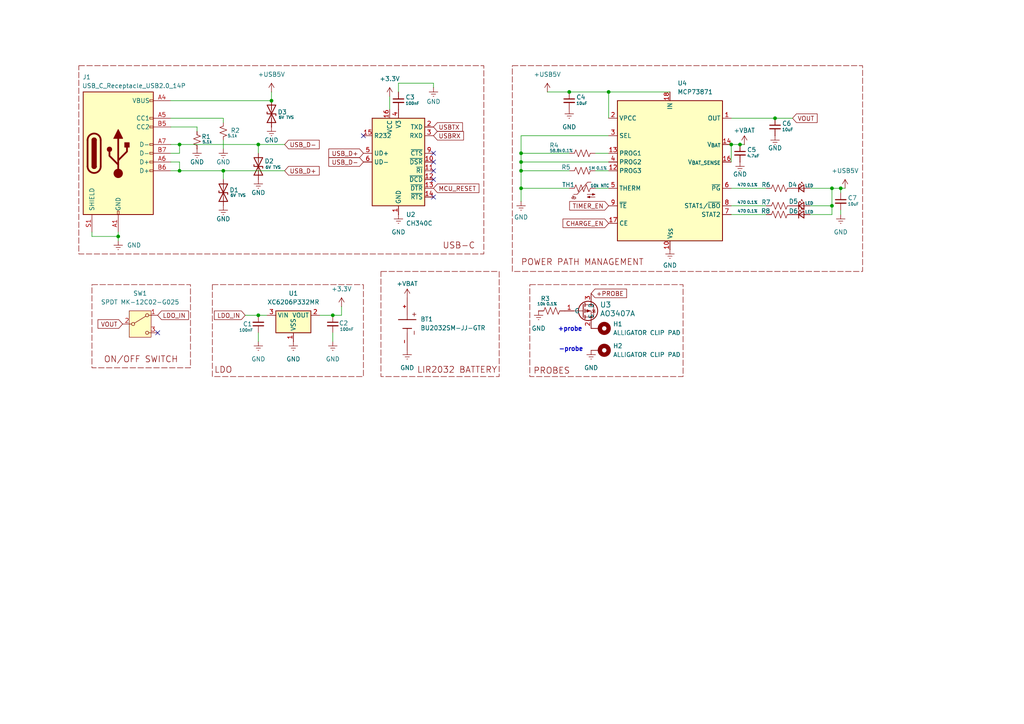
<source format=kicad_sch>
(kicad_sch (version 20250114) (generator "eeschema") (generator_version "9.0")
  (paper "A4")
  (lib_symbols
    (symbol "AO3407A_1" (pin_names (offset 0.254))
      (property "Reference" "U12" (at 5.08 0.1906 0))
      (property "Value" "AO3407A" (at 5.08 -2.3494 0))
      (symbol "AO3407A_1_0_1"
        (polyline (pts (xy -1.016 1.905) (xy -1.016 -1.905)) (stroke (width 0.254)))
        (polyline (pts (xy -1.016 0) (xy -3.81 0)))
        (polyline (pts (xy -0.508 2.286) (xy -0.508 1.27)) (stroke (width 0.254)))
        (polyline (pts (xy -0.508 1.778) (xy 2.032 1.778) (xy 2.032 -1.778) (xy -0.508 -1.778)))
        (polyline (pts (xy -0.508 0.508) (xy -0.508 -0.508)) (stroke (width 0.254)))
        (polyline (pts (xy -0.508 -1.27) (xy -0.508 -2.286)) (stroke (width 0.254)))
        (circle (center 0.381 0) (radius 2.794) (stroke (width 0.254)))
        (polyline (pts (xy 1.016 0) (xy 0 0.381) (xy 0 -0.381) (xy 1.016 0)) (fill (type outline)))
        (polyline (pts (xy 1.27 2.54) (xy 1.27 1.778)))
        (circle (center 1.27 1.778) (radius 0.254) (fill (type outline)))
        (circle (center 1.27 -1.778) (radius 0.254) (fill (type outline)))
        (polyline (pts (xy 1.27 -2.54) (xy 1.27 0) (xy -0.508 0)))
        (polyline (pts (xy 1.524 -0.508) (xy 1.651 -0.381) (xy 2.413 -0.381) (xy 2.54 -0.254)))
        (polyline (pts (xy 2.032 -0.381) (xy 1.651 0.254) (xy 2.413 0.254) (xy 2.032 -0.381)))
        (pin passive line (at -6.35 0 0) (length 2.54) (name "G") (number "1"))
        (pin passive line (at 1.27 -5.08 90) (length 2.54) (name "S") (number "2"))
      )
      (symbol "AO3407A_1_1_1"
        (pin passive line (at 1.27 5.08 270) (length 2.54) (name "D") (number "3"))
      )
    )
    (symbol "BD33FC0FP_1"
      (property "Reference" "U4" (at 0 6.35 0))
      (property "Value" "BD33FC0FP" (at 0 3.81 0))
      (symbol "BD33FC0FP_1_1_1"
        (rectangle (start -5.08 -5.08) (end 5.08 1.27) (stroke (width 0.254)) (fill (type background)))
        (pin power_out line (at -7.62 0 0) (length 2.54) (name "VIN") (number "3"))
        (pin power_in line (at 0 -7.62 90) (length 2.54) (name "VSS") (number "1"))
        (pin power_in line (at 7.62 0 180) (length 2.54) (name "VOUT") (number "2"))
      )
    )
    (symbol "Battery_Management:MCP73871"
      (property "Reference" "U" (at -7.62 24.13 0))
      (property "Value" "MCP73871" (at -15.24 21.59 0))
      (symbol "MCP73871_0_1"
        (rectangle (start -15.24 20.32) (end 15.24 -20.32) (stroke (width 0.254)) (fill (type background)))
      )
      (symbol "MCP73871_1_1"
        (pin input line (at -17.78 15.24 0) (length 2.54) (name "VPCC") (number "2"))
        (pin input line (at -17.78 10.16 0) (length 2.54) (name "SEL") (number "3"))
        (pin bidirectional line (at -17.78 5.08 0) (length 2.54) (name "PROG1") (number "13"))
        (pin input line (at -17.78 2.54 0) (length 2.54) (name "PROG2") (number "4"))
        (pin bidirectional line (at -17.78 0 0) (length 2.54) (name "PROG3") (number "12"))
        (pin bidirectional line (at -17.78 -5.08 0) (length 2.54) (name "THERM") (number "5"))
        (pin input line (at -17.78 -10.16 0) (length 2.54) (name "~{TE}") (number "9"))
        (pin input line (at -17.78 -15.24 0) (length 2.54) (name "CE") (number "17"))
        (pin power_in line (at 0 22.86 270) (length 2.54) (name "IN") (number "18"))
        (pin passive line (at 0 22.86 270) (length 2.54) (hide yes) (name "IN") (number "19"))
        (pin power_in line (at 0 -22.86 90) (length 2.54) (name "V_{SS}") (number "10"))
        (pin passive line (at 0 -22.86 90) (length 2.54) (hide yes) (name "V_{SS}") (number "11"))
        (pin passive line (at 0 -22.86 90) (length 2.54) (hide yes) (name "V_{SS}") (number "21"))
        (pin power_out line (at 17.78 15.24 180) (length 2.54) (name "OUT") (number "1"))
        (pin passive line (at 17.78 15.24 180) (length 2.54) (hide yes) (name "OUT") (number "20"))
        (pin power_out line (at 17.78 7.62 180) (length 2.54) (name "V_{BAT}") (number "14"))
        (pin passive line (at 17.78 7.62 180) (length 2.54) (hide yes) (name "V_{BAT}") (number "15"))
        (pin input line (at 17.78 2.54 180) (length 2.54) (name "V_{BAT_SENSE}") (number "16"))
        (pin open_collector line (at 17.78 -5.08 180) (length 2.54) (name "~{PG}") (number "6"))
        (pin open_collector line (at 17.78 -10.16 180) (length 2.54) (name "STAT1/~{LBO}") (number "8"))
        (pin open_collector line (at 17.78 -12.7 180) (length 2.54) (name "STAT2") (number "7"))
      )
    )
    (symbol "Components:BU2032SM-JJ-GTR" (pin_names (offset 1.016))
      (property "Reference" "BT" (at -6.3614 3.8138 0))
      (property "Value" "BU2032SM-JJ-GTR" (at -6.3618 -6.3579 0))
      (symbol "BU2032SM-JJ-GTR_0_0"
        (polyline (pts (xy -3.302 2.032) (xy -2.286 2.032)) (stroke (width 0.1524)))
        (polyline (pts (xy -2.794 2.54) (xy -2.794 1.524)) (stroke (width 0.1524)))
        (polyline (pts (xy -2.54 0) (xy -1.27 0)) (stroke (width 0.1524)))
        (polyline (pts (xy -1.27 2.54) (xy -1.27 0)) (stroke (width 0.254)))
        (polyline (pts (xy -1.27 0) (xy -1.27 -2.54)) (stroke (width 0.254)))
        (polyline (pts (xy 1.27 1.27) (xy 1.27 0)) (stroke (width 0.254)))
        (polyline (pts (xy 1.27 0) (xy 1.27 -1.27)) (stroke (width 0.254)))
        (polyline (pts (xy 1.27 0) (xy 2.54 0)) (stroke (width 0.1524)))
        (polyline (pts (xy 2.032 2.032) (xy 3.048 2.032)) (stroke (width 0.1524)))
        (pin passive line (at -7.62 0 0) (length 5.08) (name "~") (number "+"))
        (pin passive line (at 7.62 0 180) (length 5.08) (name "~") (number "-"))
      )
    )
    (symbol "Connector:USB_C_Receptacle_USB2.0_14P" (pin_names (offset 1.016))
      (property "Reference" "J" (at 0 22.225 0))
      (property "Value" "USB_C_Receptacle_USB2.0_14P" (at 0 19.685 0))
      (symbol "USB_C_Receptacle_USB2.0_14P_0_0"
        (rectangle (start -0.254 -17.78) (end 0.254 -16.764))
        (rectangle (start 10.16 15.494) (end 9.144 14.986))
        (rectangle (start 10.16 10.414) (end 9.144 9.906))
        (rectangle (start 10.16 7.874) (end 9.144 7.366))
        (rectangle (start 10.16 2.794) (end 9.144 2.286))
        (rectangle (start 10.16 0.254) (end 9.144 -0.254))
        (rectangle (start 10.16 -2.286) (end 9.144 -2.794))
        (rectangle (start 10.16 -4.826) (end 9.144 -5.334))
      )
      (symbol "USB_C_Receptacle_USB2.0_14P_0_1"
        (rectangle (start -10.16 17.78) (end 10.16 -17.78) (stroke (width 0.254)) (fill (type background)))
        (polyline (pts (xy -8.89 -3.81) (xy -8.89 3.81)) (stroke (width 0.508)))
        (rectangle (start -7.62 -3.81) (end -6.35 3.81) (stroke (width 0.254)) (fill (type outline)))
        (arc (start -7.62 3.81) (mid -6.985 4.4423) (end -6.35 3.81) (stroke (width 0.254)))
        (arc (start -7.62 3.81) (mid -6.985 4.4423) (end -6.35 3.81) (stroke (width 0.254)) (fill (type outline)))
        (arc (start -8.89 3.81) (mid -6.985 5.7067) (end -5.08 3.81) (stroke (width 0.508)))
        (arc (start -5.08 -3.81) (mid -6.985 -5.7067) (end -8.89 -3.81) (stroke (width 0.508)))
        (arc (start -6.35 -3.81) (mid -6.985 -4.4423) (end -7.62 -3.81) (stroke (width 0.254)))
        (arc (start -6.35 -3.81) (mid -6.985 -4.4423) (end -7.62 -3.81) (stroke (width 0.254)) (fill (type outline)))
        (polyline (pts (xy -5.08 3.81) (xy -5.08 -3.81)) (stroke (width 0.508)))
        (circle (center -2.54 1.143) (radius 0.635) (stroke (width 0.254)) (fill (type outline)))
        (polyline (pts (xy -1.27 4.318) (xy 0 6.858) (xy 1.27 4.318) (xy -1.27 4.318)) (stroke (width 0.254)) (fill (type outline)))
        (polyline (pts (xy 0 -2.032) (xy 2.54 0.508) (xy 2.54 1.778)) (stroke (width 0.508)))
        (polyline (pts (xy 0 -3.302) (xy -2.54 -0.762) (xy -2.54 0.508)) (stroke (width 0.508)))
        (polyline (pts (xy 0 -5.842) (xy 0 4.318)) (stroke (width 0.508)))
        (circle (center 0 -5.842) (radius 1.27) (fill (type outline)))
        (rectangle (start 1.905 1.778) (end 3.175 3.048) (stroke (width 0.254)) (fill (type outline)))
      )
      (symbol "USB_C_Receptacle_USB2.0_14P_1_1"
        (pin passive line (at -7.62 -22.86 90) (length 5.08) (name "SHIELD") (number "S1"))
        (pin passive line (at 0 -22.86 90) (length 5.08) (name "GND") (number "A1"))
        (pin passive line (at 0 -22.86 90) (length 5.08) (hide yes) (name "GND") (number "A12"))
        (pin passive line (at 0 -22.86 90) (length 5.08) (hide yes) (name "GND") (number "B1"))
        (pin passive line (at 0 -22.86 90) (length 5.08) (hide yes) (name "GND") (number "B12"))
        (pin passive line (at 15.24 15.24 180) (length 5.08) (name "VBUS") (number "A4"))
        (pin passive line (at 15.24 15.24 180) (length 5.08) (hide yes) (name "VBUS") (number "A9"))
        (pin passive line (at 15.24 15.24 180) (length 5.08) (hide yes) (name "VBUS") (number "B4"))
        (pin passive line (at 15.24 15.24 180) (length 5.08) (hide yes) (name "VBUS") (number "B9"))
        (pin bidirectional line (at 15.24 10.16 180) (length 5.08) (name "CC1") (number "A5"))
        (pin bidirectional line (at 15.24 7.62 180) (length 5.08) (name "CC2") (number "B5"))
        (pin bidirectional line (at 15.24 2.54 180) (length 5.08) (name "D-") (number "A7"))
        (pin bidirectional line (at 15.24 0 180) (length 5.08) (name "D-") (number "B7"))
        (pin bidirectional line (at 15.24 -2.54 180) (length 5.08) (name "D+") (number "A6"))
        (pin bidirectional line (at 15.24 -5.08 180) (length 5.08) (name "D+") (number "B6"))
      )
    )
    (symbol "Device:C_Small" (pin_numbers (hide yes)) (pin_names (offset 0.254) (hide yes))
      (property "Reference" "C" (at 0.254 1.778 0))
      (property "Value" "C_Small" (at 0.254 -2.032 0))
      (symbol "C_Small_0_1"
        (polyline (pts (xy -1.524 0.508) (xy 1.524 0.508)) (stroke (width 0.3048)))
        (polyline (pts (xy -1.524 -0.508) (xy 1.524 -0.508)) (stroke (width 0.3302)))
      )
      (symbol "C_Small_1_1"
        (pin passive line (at 0 2.54 270) (length 2.032) (name "~") (number "1"))
        (pin passive line (at 0 -2.54 90) (length 2.032) (name "~") (number "2"))
      )
    )
    (symbol "Device:D_TVS" (pin_numbers (hide yes)) (pin_names (offset 1.016) (hide yes))
      (property "Reference" "D" (at 0 2.54 0))
      (property "Value" "D_TVS" (at 0 -2.54 0))
      (symbol "D_TVS_0_1"
        (polyline (pts (xy -2.54 1.27) (xy -2.54 -1.27) (xy 2.54 1.27) (xy 2.54 -1.27) (xy -2.54 1.27)) (stroke (width 0.254)))
        (polyline (pts (xy 0.508 1.27) (xy 0 1.27) (xy 0 -1.27) (xy -0.508 -1.27)) (stroke (width 0.254)))
        (polyline (pts (xy 1.27 0) (xy -1.27 0)))
      )
      (symbol "D_TVS_1_1"
        (pin passive line (at -3.81 0 0) (length 2.54) (name "A1") (number "1"))
        (pin passive line (at 3.81 0 180) (length 2.54) (name "A2") (number "2"))
      )
    )
    (symbol "Device:LED_Small" (pin_numbers (hide yes)) (pin_names (offset 0.254) (hide yes))
      (property "Reference" "D" (at -1.27 3.175 0))
      (property "Value" "LED_Small" (at -4.445 -2.54 0))
      (symbol "LED_Small_0_1"
        (polyline (pts (xy -0.762 -1.016) (xy -0.762 1.016)) (stroke (width 0.254)))
        (polyline (pts (xy 0 0.762) (xy -0.508 1.27) (xy -0.254 1.27) (xy -0.508 1.27) (xy -0.508 1.016)))
        (polyline (pts (xy 0.508 1.27) (xy 0 1.778) (xy 0.254 1.778) (xy 0 1.778) (xy 0 1.524)))
        (polyline (pts (xy 0.762 -1.016) (xy -0.762 0) (xy 0.762 1.016) (xy 0.762 -1.016)) (stroke (width 0.254)))
        (polyline (pts (xy 1.016 0) (xy -0.762 0)))
      )
      (symbol "LED_Small_1_1"
        (pin passive line (at -2.54 0 0) (length 1.778) (name "K") (number "1"))
        (pin passive line (at 2.54 0 180) (length 1.778) (name "A") (number "2"))
      )
    )
    (symbol "Device:R_Small_US" (pin_numbers (hide yes)) (pin_names (offset 0.254) (hide yes))
      (property "Reference" "R" (at 0.762 0.508 0))
      (property "Value" "R_Small_US" (at 0.762 -1.016 0))
      (property "Tolerance" "x%" (at 2.286 -2.794 0))
      (symbol "R_Small_US_1_1"
        (polyline (pts (xy 0 1.524) (xy 1.016 1.143) (xy 0 0.762) (xy -1.016 0.381) (xy 0 0)))
        (polyline (pts (xy 0 0) (xy 1.016 -0.381) (xy 0 -0.762) (xy -1.016 -1.143) (xy 0 -1.524)))
        (pin passive line (at 0 2.54 270) (length 1.016) (name "~") (number "1"))
        (pin passive line (at 0 -2.54 90) (length 1.016) (name "~") (number "2"))
      )
    )
    (symbol "Device:Thermistor_NTC_US" (pin_numbers (hide yes)) (pin_names (offset 0))
      (property "Reference" "TH" (at -4.445 0 90))
      (property "Value" "Thermistor_NTC_US" (at 3.175 0 90))
      (symbol "Thermistor_NTC_US_0_1"
        (arc (start -3.175 2.413) (mid -3.0506 2.3165) (end -3.048 2.159))
        (arc (start -3.048 2.794) (mid -2.9736 2.9736) (end -2.794 3.048))
        (arc (start -2.794 3.048) (mid -2.6144 2.9736) (end -2.54 2.794))
        (arc (start -2.794 2.54) (mid -2.9736 2.6144) (end -3.048 2.794))
        (arc (start -2.794 1.905) (mid -2.9736 1.9794) (end -3.048 2.159))
        (arc (start -2.54 2.159) (mid -2.6144 1.9794) (end -2.794 1.905))
        (arc (start -2.159 2.794) (mid -2.434 2.5608) (end -2.794 2.54))
        (polyline (pts (xy -2.54 2.159) (xy -2.54 2.794)))
        (polyline (pts (xy -2.54 -3.683) (xy -2.54 -1.397) (xy -2.794 -2.159) (xy -2.286 -2.159) (xy -2.54 -1.397) (xy -2.54 -1.651)) (fill (type outline)))
        (polyline (pts (xy -1.778 2.54) (xy -1.778 1.524) (xy 1.778 -1.524) (xy 1.778 -2.54)))
        (polyline (pts (xy -1.778 -1.397) (xy -1.778 -3.683) (xy -2.032 -2.921) (xy -1.524 -2.921) (xy -1.778 -3.683) (xy -1.778 -3.429)) (fill (type outline)))
        (polyline (pts (xy 0 2.286) (xy 0 2.54)))
        (polyline (pts (xy 0 2.286) (xy 1.016 1.905) (xy 0 1.524) (xy -1.016 1.143) (xy 0 0.762)))
        (polyline (pts (xy 0 0.762) (xy 1.016 0.381) (xy 0 0) (xy -1.016 -0.381) (xy 0 -0.762)))
        (polyline (pts (xy 0 -0.762) (xy 1.016 -1.143) (xy 0 -1.524) (xy -1.016 -1.905) (xy 0 -2.286)))
        (polyline (pts (xy 0 -2.286) (xy 0 -2.54)))
      )
      (symbol "Thermistor_NTC_US_1_1"
        (pin passive line (at 0 3.81 270) (length 1.27) (name "~") (number "1"))
        (pin passive line (at 0 -3.81 90) (length 1.27) (name "~") (number "2"))
      )
    )
    (symbol "Interface_USB:CH340C"
      (property "Reference" "U" (at -5.08 13.97 0))
      (property "Value" "CH340C" (at 1.27 13.97 0))
      (symbol "CH340C_0_1"
        (rectangle (start -7.62 12.7) (end 7.62 -12.7) (stroke (width 0.254)) (fill (type background)))
      )
      (symbol "CH340C_1_1"
        (pin input line (at -10.16 7.62 0) (length 2.54) (name "R232") (number "15"))
        (pin bidirectional line (at -10.16 2.54 0) (length 2.54) (name "UD+") (number "5"))
        (pin bidirectional line (at -10.16 0 0) (length 2.54) (name "UD-") (number "6"))
        (pin no_connect line (at -7.62 -5.08 0) (length 2.54) (hide yes) (name "NC") (number "7"))
        (pin no_connect line (at -7.62 -7.62 0) (length 2.54) (hide yes) (name "NC") (number "8"))
        (pin power_in line (at -2.54 15.24 270) (length 2.54) (name "VCC") (number "16"))
        (pin power_out line (at 0 15.24 270) (length 2.54) (name "V3") (number "4"))
        (pin power_in line (at 0 -15.24 90) (length 2.54) (name "GND") (number "1"))
        (pin output line (at 10.16 10.16 180) (length 2.54) (name "TXD") (number "2"))
        (pin input line (at 10.16 7.62 180) (length 2.54) (name "RXD") (number "3"))
        (pin input line (at 10.16 2.54 180) (length 2.54) (name "~{CTS}") (number "9"))
        (pin input line (at 10.16 0 180) (length 2.54) (name "~{DSR}") (number "10"))
        (pin input line (at 10.16 -2.54 180) (length 2.54) (name "~{RI}") (number "11"))
        (pin input line (at 10.16 -5.08 180) (length 2.54) (name "~{DCD}") (number "12"))
        (pin output line (at 10.16 -7.62 180) (length 2.54) (name "~{DTR}") (number "13"))
        (pin output line (at 10.16 -10.16 180) (length 2.54) (name "~{RTS}") (number "14"))
      )
    )
    (symbol "Mechanical:MountingHole_Pad" (pin_numbers (hide yes)) (pin_names (offset 1.016) (hide yes)) (exclude_from_sim yes) (in_bom no)
      (property "Reference" "H" (at 0 6.35 0))
      (property "Value" "MountingHole_Pad" (at 0 4.445 0))
      (symbol "MountingHole_Pad_0_1"
        (circle (center 0 1.27) (radius 1.27) (stroke (width 1.27)))
      )
      (symbol "MountingHole_Pad_1_1"
        (pin input line (at 0 -2.54 90) (length 2.54) (name "1") (number "1"))
      )
    )
    (symbol "Passive_Components:R_US" (pin_numbers (hide yes)) (pin_names (offset 0))
      (property "Reference" "R" (at 2.54 -1.27 90))
      (property "Value" "R_US" (at -2.54 0 90))
      (property "Tolerance" "x%" (at 2.286 0.762 90))
      (symbol "R_US_0_1"
        (polyline (pts (xy 0 2.286) (xy 0 2.54)))
        (polyline (pts (xy 0 2.286) (xy 1.016 1.905) (xy 0 1.524) (xy -1.016 1.143) (xy 0 0.762)))
        (polyline (pts (xy 0 0.762) (xy 1.016 0.381) (xy 0 0) (xy -1.016 -0.381) (xy 0 -0.762)))
        (polyline (pts (xy 0 -0.762) (xy 1.016 -1.143) (xy 0 -1.524) (xy -1.016 -1.905) (xy 0 -2.286)))
        (polyline (pts (xy 0 -2.286) (xy 0 -2.54)))
      )
      (symbol "R_US_1_1"
        (pin passive line (at 0 3.81 270) (length 1.27) (name "~") (number "1"))
        (pin passive line (at 0 -3.81 90) (length 1.27) (name "~") (number "2"))
      )
    )
    (symbol "Switch:SW_SPDT" (pin_names (offset 0) (hide yes))
      (property "Reference" "SW" (at 0 5.08 0))
      (property "Value" "SW_SPDT" (at 0 -5.08 0))
      (symbol "SW_SPDT_0_1"
        (circle (center -2.032 0) (radius 0.4572))
        (polyline (pts (xy -1.651 0.254) (xy 1.651 2.286)))
        (circle (center 2.032 2.54) (radius 0.4572))
        (circle (center 2.032 -2.54) (radius 0.4572))
      )
      (symbol "SW_SPDT_1_1"
        (rectangle (start -3.175 3.81) (end 3.175 -3.81) (fill (type background)))
        (pin passive line (at -5.08 0 0) (length 2.54) (name "B") (number "2"))
        (pin passive line (at 5.08 2.54 180) (length 2.54) (name "A") (number "1"))
        (pin passive line (at 5.08 -2.54 180) (length 2.54) (name "C") (number "3"))
      )
    )
    (symbol "power:+3.3V" (power) (pin_numbers (hide yes)) (pin_names (offset 0) (hide yes))
      (property "Value" "+3.3V" (at 0 3.556 0))
      (symbol "+3.3V_0_1"
        (polyline (pts (xy -0.762 1.27) (xy 0 2.54)))
        (polyline (pts (xy 0 2.54) (xy 0.762 1.27)))
        (polyline (pts (xy 0 0) (xy 0 2.54)))
      )
      (symbol "+3.3V_1_1"
        (pin power_in line (at 0 0 90) (length 0) (name "~") (number "1"))
      )
    )
    (symbol "power:+5V" (power) (pin_numbers (hide yes)) (pin_names (offset 0) (hide yes))
      (property "Value" "+5V" (at 0 3.556 0))
      (symbol "+5V_0_1"
        (polyline (pts (xy -0.762 1.27) (xy 0 2.54)))
        (polyline (pts (xy 0 2.54) (xy 0.762 1.27)))
        (polyline (pts (xy 0 0) (xy 0 2.54)))
      )
      (symbol "+5V_1_1"
        (pin power_in line (at 0 0 90) (length 0) (name "~") (number "1"))
      )
    )
    (symbol "power:Earth" (power) (pin_numbers (hide yes)) (pin_names (offset 0) (hide yes))
      (property "Value" "Earth" (at 0 -3.81 0))
      (symbol "Earth_0_1"
        (polyline (pts (xy -0.635 -1.905) (xy 0.635 -1.905)))
        (polyline (pts (xy -0.127 -2.54) (xy 0.127 -2.54)))
        (polyline (pts (xy 0 -1.27) (xy 0 0)))
        (polyline (pts (xy 1.27 -1.27) (xy -1.27 -1.27)))
      )
      (symbol "Earth_1_1"
        (pin power_in line (at 0 0 270) (length 0) (name "~") (number "1"))
      )
    )
  )
  (rectangle (start 153.67 82.55) (end 198.12 109.22) (stroke (width 0) (type dash) (color 132 0 0 1)))
  (rectangle (start 148.59 19.05) (end 250.19 78.74) (stroke (width 0) (type dash) (color 132 0 0 1)))
  (rectangle (start 22.86 19.05) (end 140.335 73.66) (stroke (width 0) (type dash) (color 132 0 0 1)))
  (rectangle (start 110.49 78.74) (end 144.78 109.22) (stroke (width 0) (type dash) (color 132 0 0 1)))
  (rectangle (start 26.67 82.55) (end 55.245 106.68) (stroke (width 0) (type dash) (color 132 0 0 1)))
  (rectangle (start 61.595 82.55) (end 105.41 109.22) (stroke (width 0) (type dash) (color 132 0 0 1)))
  (text "POWER PATH MANAGEMENT" (at 168.91 76.2 0) (effects (font (size 1.778 1.778))))
  (text "LIR2032 BATTERY" (at 132.588 107.442 0) (effects (font (size 1.778 1.778))))
  (text "+probe" (at 165.354 95.504 0) (effects (font (size 1.27 1.27) (thickness 0.254) (bold yes))))
  (text "ON/OFF SWITCH" (at 40.894 104.394 0) (effects (font (size 1.778 1.778))))
  (text "-probe" (at 165.608 101.346 0) (effects (font (size 1.27 1.27) (thickness 0.254) (bold yes))))
  (text "LDO" (at 64.77 107.442 0) (effects (font (size 1.778 1.778))))
  (text "PROBES" (at 160.02 107.696 0) (effects (font (size 1.778 1.778))))
  (text "USB-C" (at 133.096 71.374 0) (effects (font (size 1.778 1.778))))
  (junction (at 243.84 54.61))
  (junction (at 176.53 26.67))
  (junction (at 241.3 54.61))
  (junction (at 74.93 41.91))
  (junction (at 64.77 49.53))
  (junction (at 96.52 91.44))
  (junction (at 151.13 49.53))
  (junction (at 224.79 34.29))
  (junction (at 52.07 49.53))
  (junction (at 52.07 41.91))
  (junction (at 165.1 26.67))
  (junction (at 241.3 59.69))
  (junction (at 151.13 54.61))
  (junction (at 214.63 41.91))
  (junction (at 74.93 91.44))
  (junction (at 212.09 41.91))
  (junction (at 34.29 68.58))
  (junction (at 151.13 44.45))
  (junction (at 151.13 46.99))
  (junction (at 78.74 29.21))
  (no_connect (at 125.73 52.07))
  (no_connect (at 105.41 39.37))
  (no_connect (at 125.73 57.15))
  (no_connect (at 125.73 44.45))
  (no_connect (at 125.73 46.99))
  (no_connect (at 125.73 49.53))
  (no_connect (at 45.72 96.52))
  (wire (pts (xy 176.53 26.67) (xy 194.31 26.67)))
  (wire (pts (xy 52.07 41.91) (xy 52.07 44.45)))
  (wire (pts (xy 241.3 54.61) (xy 243.84 54.61)))
  (wire (pts (xy 241.3 59.69) (xy 241.3 62.23)))
  (wire (pts (xy 165.1 26.67) (xy 176.53 26.67)))
  (wire (pts (xy 222.25 62.23) (xy 212.09 62.23)))
  (wire (pts (xy 52.07 41.91) (xy 74.93 41.91)))
  (wire (pts (xy 151.13 46.99) (xy 176.53 46.99)))
  (wire (pts (xy 151.13 49.53) (xy 165.1 49.53)))
  (wire (pts (xy 234.95 54.61) (xy 241.3 54.61)))
  (wire (pts (xy 52.07 49.53) (xy 49.53 49.53)))
  (wire (pts (xy 78.74 26.67) (xy 78.74 29.21)))
  (wire (pts (xy 34.29 69.85) (xy 34.29 68.58)))
  (wire (pts (xy 165.1 44.45) (xy 151.13 44.45)))
  (wire (pts (xy 151.13 44.45) (xy 151.13 46.99)))
  (wire (pts (xy 241.3 54.61) (xy 241.3 59.69)))
  (wire (pts (xy 26.67 68.58) (xy 34.29 68.58)))
  (wire (pts (xy 64.77 49.53) (xy 64.77 52.07)))
  (wire (pts (xy 96.52 91.44) (xy 99.06 91.44)))
  (wire (pts (xy 64.77 49.53) (xy 82.55 49.53)))
  (wire (pts (xy 151.13 46.99) (xy 151.13 49.53)))
  (wire (pts (xy 64.77 43.18) (xy 64.77 40.64)))
  (wire (pts (xy 151.13 49.53) (xy 151.13 54.61)))
  (wire (pts (xy 243.84 55.88) (xy 243.84 54.61)))
  (wire (pts (xy 176.53 26.67) (xy 176.53 34.29)))
  (wire (pts (xy 49.53 34.29) (xy 64.77 34.29)))
  (wire (pts (xy 64.77 34.29) (xy 64.77 35.56)))
  (wire (pts (xy 96.52 99.06) (xy 96.52 96.52)))
  (wire (pts (xy 214.63 41.91) (xy 212.09 41.91)))
  (wire (pts (xy 49.53 36.83) (xy 57.15 36.83)))
  (wire (pts (xy 52.07 44.45) (xy 49.53 44.45)))
  (wire (pts (xy 172.72 49.53) (xy 176.53 49.53)))
  (wire (pts (xy 125.73 24.13) (xy 125.73 25.4)))
  (wire (pts (xy 34.29 68.58) (xy 34.29 67.31)))
  (wire (pts (xy 172.72 54.61) (xy 176.53 54.61)))
  (wire (pts (xy 49.53 29.21) (xy 78.74 29.21)))
  (wire (pts (xy 52.07 49.53) (xy 64.77 49.53)))
  (wire (pts (xy 243.84 54.61) (xy 245.11 54.61)))
  (wire (pts (xy 176.53 39.37) (xy 151.13 39.37)))
  (wire (pts (xy 26.67 68.58) (xy 26.67 67.31)))
  (wire (pts (xy 212.09 34.29) (xy 224.79 34.29)))
  (wire (pts (xy 158.75 26.67) (xy 165.1 26.67)))
  (wire (pts (xy 115.57 24.13) (xy 125.73 24.13)))
  (wire (pts (xy 52.07 46.99) (xy 52.07 49.53)))
  (wire (pts (xy 222.25 59.69) (xy 212.09 59.69)))
  (wire (pts (xy 212.09 41.91) (xy 212.09 46.99)))
  (wire (pts (xy 215.9 41.91) (xy 214.63 41.91)))
  (wire (pts (xy 113.03 27.94) (xy 113.03 31.75)))
  (wire (pts (xy 234.95 62.23) (xy 241.3 62.23)))
  (wire (pts (xy 224.79 34.29) (xy 229.87 34.29)))
  (wire (pts (xy 71.12 91.44) (xy 74.93 91.44)))
  (wire (pts (xy 74.93 41.91) (xy 82.55 41.91)))
  (wire (pts (xy 49.53 41.91) (xy 52.07 41.91)))
  (wire (pts (xy 49.53 46.99) (xy 52.07 46.99)))
  (wire (pts (xy 74.93 91.44) (xy 77.47 91.44)))
  (wire (pts (xy 172.72 44.45) (xy 176.53 44.45)))
  (wire (pts (xy 74.93 41.91) (xy 74.93 44.45)))
  (wire (pts (xy 222.25 54.61) (xy 212.09 54.61)))
  (wire (pts (xy 74.93 99.06) (xy 74.93 96.52)))
  (wire (pts (xy 57.15 36.83) (xy 57.15 38.1)))
  (wire (pts (xy 243.84 60.96) (xy 243.84 62.23)))
  (wire (pts (xy 151.13 54.61) (xy 151.13 58.42)))
  (wire (pts (xy 151.13 54.61) (xy 165.1 54.61)))
  (wire (pts (xy 115.57 26.67) (xy 115.57 24.13)))
  (wire (pts (xy 151.13 39.37) (xy 151.13 44.45)))
  (wire (pts (xy 234.95 59.69) (xy 241.3 59.69)))
  (wire (pts (xy 92.71 91.44) (xy 96.52 91.44)))
  (wire (pts (xy 99.06 88.9) (xy 99.06 91.44)))
  (global_label "+PROBE" (shape input) (at 171.45 85.09 0) (property "Intersheetrefs" "${INTERSHEET_REFS}" (effects (hide yes))))
  (global_label "MCU_RESET" (shape input) (at 125.73 54.61 0) (property "Intersheetrefs" "${INTERSHEET_REFS}" (effects (hide yes))))
  (global_label "USBTX" (shape input) (at 125.73 36.83 0) (property "Intersheetrefs" "${INTERSHEET_REFS}" (effects (hide yes))))
  (global_label "LDO_IN" (shape input) (at 71.12 91.44 180) (property "Intersheetrefs" "${INTERSHEET_REFS}" (effects (hide yes))))
  (global_label "USB_D-" (shape input) (at 105.41 46.99 180) (property "Intersheetrefs" "${INTERSHEET_REFS}" (effects (hide yes))))
  (global_label "LDO_IN" (shape input) (at 45.72 91.44 0) (property "Intersheetrefs" "${INTERSHEET_REFS}" (effects (hide yes))))
  (global_label "VOUT" (shape input) (at 229.87 34.29 0) (property "Intersheetrefs" "${INTERSHEET_REFS}" (effects (hide yes))))
  (global_label "USB_D+" (shape input) (at 82.55 49.53 0) (property "Intersheetrefs" "${INTERSHEET_REFS}" (effects (hide yes))))
  (global_label "USB_D-" (shape input) (at 82.55 41.91 0) (property "Intersheetrefs" "${INTERSHEET_REFS}" (effects (hide yes))))
  (global_label "USB_D+" (shape input) (at 105.41 44.45 180) (property "Intersheetrefs" "${INTERSHEET_REFS}" (effects (hide yes))))
  (global_label "VOUT" (shape input) (at 35.56 93.98 180) (property "Intersheetrefs" "${INTERSHEET_REFS}" (effects (hide yes))))
  (global_label "CHARGE_EN" (shape input) (at 176.53 64.77 180) (property "Intersheetrefs" "${INTERSHEET_REFS}" (effects (hide yes))))
  (global_label "TIMER_EN" (shape input) (at 176.53 59.69 180) (property "Intersheetrefs" "${INTERSHEET_REFS}" (effects (hide yes))))
  (global_label "USBRX" (shape input) (at 125.73 39.37 0) (property "Intersheetrefs" "${INTERSHEET_REFS}" (effects (hide yes))))
  (symbol (lib_name "BD33FC0FP_1") (lib_id "Regulator_Linear:BD33FC0FP") (at 85.09 91.44 0) (unit 1)
    (property "Reference" "U1" (at 85.09 85.09 0))
    (property "Value" "XC6206P332MR" (at 85.09 87.63 0))
    (property "Footprint" "Package_TO_SOT_SMD:SOT-23" (effects (hide yes)))
    (property "Datasheet" "https://www.lcsc.com/datasheet/lcsc_datasheet_2407250919_UMW-Youtai-Semiconductor-Co---Ltd--XC6206P332MR_C347376.pdf" (effects (hide yes)))
    (property "Description" "40dB@(1kHz) 250mA Fixed 3.3V Positive electrode 8V SOT-23 Voltage Regulators - Linear, Low Drop Out (LDO) Regulators ROHS" (effects (hide yes)))
    (property "LCSC#" "C347376" (effects (hide yes)))
  )
  (symbol (lib_id "Device:C_Small") (at 96.52 93.98 0) (mirror y) (unit 1)
    (property "Reference" "C2" (at 98.298 93.726 0) (effects (justify right)))
    (property "Value" "100nF" (at 98.552 95.504 0) (effects (font (size 0.8467 0.8467)) (justify right)))
    (property "Footprint" "Capacitor_SMD:C_0402_1005Metric" (effects (hide yes)))
    (property "Datasheet" "https://www.lcsc.com/datasheet/lcsc_datasheet_2405231405_HRE-CGA0402X7R104K6R3GT_C22435938.pdf" (effects (hide yes)))
    (property "Description" "Unpolarized capacitor, small symbol" (effects (hide yes)))
    (property "LCSC#" "C22435935" (effects (hide yes)))
  )
  (symbol (lib_id "power:+5V") (at 215.9 41.91 0) (unit 1)
    (property "Reference" "#PWR023" (effects (hide yes)))
    (property "Value" "+VBAT" (at 215.9 37.846 0))
    (property "Description" "Power symbol creates a global label with name \"+5V\"" (effects (hide yes)))
  )
  (symbol (lib_id "Interface_USB:CH340C") (at 115.57 46.99 0) (unit 1)
    (property "Reference" "U2" (at 117.7641 62.23 0) (effects (justify left)))
    (property "Value" "CH340C" (at 117.7641 64.77 0) (effects (justify left)))
    (property "Footprint" "Package_SO:SOIC-16_3.9x9.9mm_P1.27mm" (effects (hide yes)))
    (property "Datasheet" "https://www.lcsc.com/datasheet/lcsc_datasheet_2406191656_WCH-Jiangsu-Qin-Heng-CH340C_C84681.pdf" (effects (hide yes)))
    (property "Description" "USB serial converter, crystal-less, UART, SOIC-16" (effects (hide yes)))
    (property "LCSC#" "C84681" (effects (hide yes)))
  )
  (symbol (lib_id "power:Earth") (at 115.57 62.23 0) (unit 1)
    (property "Reference" "#PWR013" (effects (hide yes)))
    (property "Value" "GND" (at 115.57 67.31 0))
    (property "Description" "Power symbol creates a global label with name \"Earth\"" (effects (hide yes)))
  )
  (symbol (lib_id "power:Earth") (at 118.11 101.6 0) (unit 1)
    (property "Reference" "#PWR015" (effects (hide yes)))
    (property "Value" "GND" (at 118.11 106.68 0))
    (property "Description" "Power symbol creates a global label with name \"Earth\"" (effects (hide yes)))
  )
  (symbol (lib_id "power:Earth") (at 64.77 43.18 0) (unit 1)
    (property "Reference" "#PWR03" (effects (hide yes)))
    (property "Value" "GND" (at 64.77 46.99 0))
    (property "Description" "Power symbol creates a global label with name \"Earth\"" (effects (hide yes)))
  )
  (symbol (lib_id "power:+5V") (at 245.11 54.61 0) (unit 1)
    (property "Reference" "#PWR026" (effects (hide yes)))
    (property "Value" "+USB5V" (at 245.11 49.53 0))
    (property "Description" "Power symbol creates a global label with name \"+5V\"" (effects (hide yes)))
  )
  (symbol (lib_id "power:Earth") (at 74.93 99.06 0) (unit 1)
    (property "Reference" "#PWR06" (effects (hide yes)))
    (property "Value" "GND" (at 74.93 104.14 0))
    (property "Description" "Power symbol creates a global label with name \"Earth\"" (effects (hide yes)))
  )
  (symbol (lib_id "Switch:SW_SPDT") (at 40.64 93.98 0) (unit 1)
    (property "Reference" "SW1" (at 40.64 85.09 0))
    (property "Value" "SPDT MK-12C02-G025" (at 40.64 87.63 0))
    (property "Footprint" "footprints:MK-12C02_SW" (effects (hide yes)))
    (property "Datasheet" "https://www.lcsc.com/datasheet/lcsc_datasheet_2304140030_G-Switch-MK-12C02-G025_C778186.pdf" (effects (hide yes)))
    (property "Description" "Switch, single pole double throw" (effects (hide yes)))
    (property "LCSC#" "C778186" (effects (hide yes)))
  )
  (symbol (lib_id "power:Earth") (at 151.13 58.42 0) (unit 1)
    (property "Reference" "#PWR017" (effects (hide yes)))
    (property "Value" "GND" (at 151.13 62.992 0))
    (property "Description" "Power symbol creates a global label with name \"Earth\"" (effects (hide yes)))
  )
  (symbol (lib_id "Device:LED_Small") (at 232.41 59.69 0) (unit 1)
    (property "Reference" "D5" (at 230.124 58.42 0))
    (property "Value" "LED" (at 234.696 58.928 0) (effects (font (size 0.8467 0.8467))))
    (property "Footprint" "LED_SMD:LED_0402_1005Metric" (effects (hide yes)))
    (property "Datasheet" "https://www.lcsc.com/datasheet/lcsc_datasheet_2410121618_Lite-On-LTST-C281TBKT-5A_C364550.pdf" (effects (hide yes)))
    (property "Description" "Light emitting diode, small symbol" (effects (hide yes)))
    (property "Sim.Device" "D" (effects (hide yes)))
    (property "Sim.Pins" "1=K 2=A" (effects (hide yes)))
    (property "LCSC#" "C364550" (effects (hide yes)))
  )
  (symbol (lib_id "power:+3.3V") (at 113.03 27.94 0) (unit 1)
    (property "Reference" "#PWR012" (effects (hide yes)))
    (property "Value" "+3.3V" (at 113.03 22.86 0))
    (property "Description" "Power symbol creates a global label with name \"+3.3V\"" (effects (hide yes)))
  )
  (symbol (lib_id "power:Earth") (at 85.09 99.06 0) (unit 1)
    (property "Reference" "#PWR09" (effects (hide yes)))
    (property "Value" "GND" (at 85.09 104.14 0))
    (property "Description" "Power symbol creates a global label with name \"Earth\"" (effects (hide yes)))
  )
  (symbol (lib_id "power:Earth") (at 96.52 99.06 0) (unit 1)
    (property "Reference" "#PWR010" (effects (hide yes)))
    (property "Value" "GND" (at 96.52 104.14 0))
    (property "Description" "Power symbol creates a global label with name \"Earth\"" (effects (hide yes)))
  )
  (symbol (lib_id "power:+5V") (at 118.11 86.36 0) (unit 1)
    (property "Reference" "#PWR014" (effects (hide yes)))
    (property "Value" "+VBAT" (at 118.11 82.296 0))
    (property "Description" "Power symbol creates a global label with name \"+5V\"" (effects (hide yes)))
  )
  (symbol (lib_id "Passive_Components:R_US") (at 160.02 90.17 90) (unit 1)
    (property "Reference" "R3" (at 159.512 86.614 90) (effects (justify left)))
    (property "Value" "10k" (at 158.242 88.138 90) (effects (font (size 0.8467 0.8467)) (justify left)))
    (property "Footprint" "Resistor_SMD:R_0402_1005Metric" (effects (hide yes)))
    (property "Datasheet" "https://www.lcsc.com/datasheet/lcsc_datasheet_2410121806_PANASONIC-ERA2AEB472X_C490830.pdf" (effects (hide yes)))
    (property "Description" "Resistor, US symbol" (effects (hide yes)))
    (property "Tolerance" "0.1%" (at 160.02 88.138 90) (effects (font (size 0.8467 0.8467))))
    (property "LCSC#" "C490830" (effects (hide yes)))
  )
  (symbol (lib_id "Device:C_Small") (at 115.57 29.21 0) (mirror y) (unit 1)
    (property "Reference" "C3" (at 117.602 28.194 0) (effects (justify right)))
    (property "Value" "100nF" (at 117.602 29.972 0) (effects (font (size 0.8467 0.8467)) (justify right)))
    (property "Footprint" "Capacitor_SMD:C_0402_1005Metric" (effects (hide yes)))
    (property "Datasheet" "https://www.lcsc.com/datasheet/lcsc_datasheet_2405231405_HRE-CGA0402X7R104K6R3GT_C22435938.pdf" (effects (hide yes)))
    (property "Description" "Unpolarized capacitor, small symbol" (effects (hide yes)))
    (property "LCSC#" "C22435935" (effects (hide yes)))
  )
  (symbol (lib_id "power:Earth") (at 243.84 62.23 0) (unit 1)
    (property "Reference" "#PWR025" (effects (hide yes)))
    (property "Value" "GND" (at 243.84 67.31 0))
    (property "Description" "Power symbol creates a global label with name \"Earth\"" (effects (hide yes)))
  )
  (symbol (lib_id "Passive_Components:R_US") (at 226.06 62.23 270) (unit 1)
    (property "Reference" "R8" (at 220.726 61.214 90) (effects (justify left)))
    (property "Value" "470" (at 213.868 61.214 90) (effects (font (size 0.8467 0.8467)) (justify left)))
    (property "Footprint" "Resistor_SMD:R_0402_1005Metric" (effects (hide yes)))
    (property "Datasheet" "https://www.lcsc.com/datasheet/lcsc_datasheet_2411041655_PANASONIC-ERA2AEB471X_C445590.pdf" (effects (hide yes)))
    (property "Description" "Resistor, US symbol" (effects (hide yes)))
    (property "Tolerance" "0.1%" (at 218.186 61.214 90) (effects (font (size 0.8467 0.8467))))
    (property "LCSC#" "C445590" (effects (hide yes)))
  )
  (symbol (lib_id "Device:R_Small_US") (at 64.77 38.1 0) (mirror y) (unit 1)
    (property "Reference" "R2" (at 69.596 37.846 0) (effects (justify left)))
    (property "Value" "5.1k" (at 68.834 39.37 0) (effects (font (size 0.8467 0.8467)) (justify left)))
    (property "Footprint" "Resistor_SMD:R_0402_1005Metric" (effects (hide yes)))
    (property "Datasheet" "https://www.lcsc.com/datasheet/lcsc_datasheet_2410121806_PANASONIC-ERA2AEB512X_C490833.pdf" (effects (hide yes)))
    (property "Description" "Resistor, small US symbol" (effects (hide yes)))
    (property "LCSC#" "C490833" (effects (hide yes)))
  )
  (symbol (lib_id "power:Earth") (at 171.45 101.6 0) (unit 1)
    (property "Reference" "#PWR060" (effects (hide yes)))
    (property "Value" "GND" (at 171.45 106.68 0))
    (property "Description" "Power symbol creates a global label with name \"Earth\"" (effects (hide yes)))
  )
  (symbol (lib_id "power:Earth") (at 194.31 72.39 0) (unit 1)
    (property "Reference" "#PWR021" (effects (hide yes)))
    (property "Value" "GND" (at 194.31 76.962 0))
    (property "Description" "Power symbol creates a global label with name \"Earth\"" (effects (hide yes)))
  )
  (symbol (lib_id "power:Earth") (at 34.29 69.85 0) (unit 1)
    (property "Reference" "#PWR01" (effects (hide yes)))
    (property "Value" "GND" (at 36.83 71.1199 0) (effects (justify left)))
    (property "Description" "Power symbol creates a global label with name \"Earth\"" (effects (hide yes)))
  )
  (symbol (lib_id "Passive_Components:R_US") (at 226.06 54.61 90) (unit 1)
    (property "Reference" "R6" (at 223.52 53.594 90) (effects (justify left)))
    (property "Value" "470" (at 216.408 53.594 90) (effects (font (size 0.8467 0.8467)) (justify left)))
    (property "Footprint" "Resistor_SMD:R_0402_1005Metric" (effects (hide yes)))
    (property "Datasheet" "https://www.lcsc.com/datasheet/lcsc_datasheet_2411041655_PANASONIC-ERA2AEB471X_C445590.pdf" (effects (hide yes)))
    (property "Description" "Resistor, US symbol" (effects (hide yes)))
    (property "Tolerance" "0.1%" (at 218.186 53.594 90) (effects (font (size 0.8467 0.8467))))
    (property "LCSC#" "C445590" (effects (hide yes)))
  )
  (symbol (lib_id "Mechanical:MountingHole_Pad") (at 173.99 95.25 270) (unit 1) (in_bom no)
    (property "Reference" "H1" (at 177.8 93.9799 90) (effects (justify left)))
    (property "Value" "ALLIGATOR CLIP PAD" (at 177.8 96.5199 90) (effects (justify left)))
    (property "Footprint" "TestPoint:TestPoint_THTPad_4.0x4.0mm_Drill2.0mm" (effects (hide yes)))
    (property "Description" "Mounting Hole with connection" (effects (hide yes)))
  )
  (symbol (lib_id "Components:BU2032SM-JJ-GTR") (at 118.11 93.98 270) (unit 1)
    (property "Reference" "BT1" (at 121.92 92.5829 90) (effects (justify left)))
    (property "Value" "BU2032SM-JJ-GTR" (at 121.92 95.1229 90) (effects (justify left)))
    (property "Footprint" "footprints:BAT_BU2032SM-JJ-GTR" (effects (hide yes)))
    (property "Datasheet" "https://www.memoryprotectiondevices.com/documents/catalogs/MPD-Battery-Holders.pdf" (effects (hide yes)))
    (property "Description" "BATTERY HOLDER COIN 20MM SMD" (effects (hide yes)))
    (property "MF" "MPD _Memory" (effects (hide yes)))
    (property "MAXIMUM_PACKAGE_HEIGHT" "5.30mm" (effects (hide yes)))
    (property "PACKAGE" "None" (effects (hide yes)))
    (property "PRICE" "None" (effects (hide yes)))
    (property "PARTREV" "H" (effects (hide yes)))
    (property "MP" "BU2032SM-HD-G" (effects (hide yes)))
    (property "AVAILABILITY" "Unavailable" (effects (hide yes)))
    (property "LCSC#" "C7091834" (effects (hide yes)))
  )
  (symbol (lib_id "Device:C_Small") (at 224.79 36.83 0) (mirror y) (unit 1)
    (property "Reference" "C6" (at 226.822 35.814 0) (effects (justify right)))
    (property "Value" "10uF" (at 226.822 37.592 0) (effects (font (size 0.8467 0.8467)) (justify right)))
    (property "Footprint" "Capacitor_SMD:C_0603_1608Metric" (effects (hide yes)))
    (property "Datasheet" "https://www.lcsc.com/datasheet/lcsc_datasheet_2304140030_Samsung-Electro-Mechanics-CL10A106KP8NNNC_C19702.pdf" (effects (hide yes)))
    (property "Description" "Unpolarized capacitor, small symbol" (effects (hide yes)))
    (property "LCSC#" "C19702" (effects (hide yes)))
  )
  (symbol (lib_id "power:Earth") (at 57.15 43.18 0) (unit 1)
    (property "Reference" "#PWR02" (effects (hide yes)))
    (property "Value" "GND" (at 57.15 46.99 0))
    (property "Description" "Power symbol creates a global label with name \"Earth\"" (effects (hide yes)))
  )
  (symbol (lib_id "Device:D_TVS") (at 78.74 33.02 90) (unit 1)
    (property "Reference" "D3" (at 80.518 32.512 90) (effects (justify right)))
    (property "Value" "6V TVS" (at 80.772 34.036 90) (effects (font (size 0.8467 0.8467)) (justify right)))
    (property "Footprint" "Diode_SMD:D_0402_1005Metric" (effects (hide yes)))
    (property "Description" "Bidirectional transient-voltage-suppression diode" (effects (hide yes)))
    (property "LCSC#" "C316043" (effects (hide yes)))
  )
  (symbol (lib_id "Device:LED_Small") (at 232.41 54.61 0) (unit 1)
    (property "Reference" "D4" (at 229.87 53.594 0))
    (property "Value" "LED" (at 234.696 53.848 0) (effects (font (size 0.8467 0.8467))))
    (property "Footprint" "LED_SMD:LED_0402_1005Metric" (effects (hide yes)))
    (property "Datasheet" "https://www.lcsc.com/datasheet/lcsc_datasheet_2410121618_Lite-On-LTST-C281TBKT-5A_C364550.pdf" (effects (hide yes)))
    (property "Description" "Light emitting diode, small symbol" (effects (hide yes)))
    (property "Sim.Device" "D" (effects (hide yes)))
    (property "Sim.Pins" "1=K 2=A" (effects (hide yes)))
    (property "LCSC#" "C364550" (effects (hide yes)))
  )
  (symbol (lib_id "Passive_Components:R_US") (at 226.06 59.69 90) (unit 1)
    (property "Reference" "R7" (at 223.52 58.674 90) (effects (justify left)))
    (property "Value" "470" (at 216.408 58.674 90) (effects (font (size 0.8467 0.8467)) (justify left)))
    (property "Footprint" "Resistor_SMD:R_0402_1005Metric" (effects (hide yes)))
    (property "Datasheet" "https://www.lcsc.com/datasheet/lcsc_datasheet_2411041655_PANASONIC-ERA2AEB471X_C445590.pdf" (effects (hide yes)))
    (property "Description" "Resistor, US symbol" (effects (hide yes)))
    (property "Tolerance" "0.1%" (at 218.186 58.674 90) (effects (font (size 0.8467 0.8467))))
    (property "LCSC#" "C445590" (effects (hide yes)))
  )
  (symbol (lib_id "Device:R_Small_US") (at 57.15 40.64 0) (unit 1)
    (property "Reference" "R1" (at 58.42 39.624 0) (effects (justify left)))
    (property "Value" "5.1k" (at 58.674 41.148 0) (effects (font (size 0.8467 0.8467)) (justify left)))
    (property "Footprint" "Resistor_SMD:R_0402_1005Metric" (effects (hide yes)))
    (property "Datasheet" "https://www.lcsc.com/datasheet/lcsc_datasheet_2410121806_PANASONIC-ERA2AEB512X_C490833.pdf" (effects (hide yes)))
    (property "Description" "Resistor, small US symbol" (effects (hide yes)))
    (property "LCSC#" "C490833" (effects (hide yes)))
  )
  (symbol (lib_id "Device:D_TVS") (at 64.77 55.88 90) (unit 1)
    (property "Reference" "D1" (at 66.548 55.118 90) (effects (justify right)))
    (property "Value" "6V TVS" (at 66.802 56.642 90) (effects (font (size 0.8467 0.8467)) (justify right)))
    (property "Footprint" "Diode_SMD:D_0402_1005Metric" (effects (hide yes)))
    (property "Description" "Bidirectional transient-voltage-suppression diode" (effects (hide yes)))
    (property "LCSC#" "C316043" (effects (hide yes)))
  )
  (symbol (lib_id "power:Earth") (at 224.79 39.37 0) (unit 1)
    (property "Reference" "#PWR024" (effects (hide yes)))
    (property "Value" "GND" (at 224.79 42.926 0))
    (property "Description" "Power symbol creates a global label with name \"Earth\"" (effects (hide yes)))
  )
  (symbol (lib_id "power:+3.3V") (at 99.06 88.9 0) (unit 1)
    (property "Reference" "#PWR011" (effects (hide yes)))
    (property "Value" "+3.3V" (at 99.06 83.82 0))
    (property "Description" "Power symbol creates a global label with name \"+3.3V\"" (effects (hide yes)))
  )
  (symbol (lib_name "AO3407A_1") (lib_id "Components:AO3407A") (at 170.18 90.17 0) (unit 1)
    (property "Reference" "U3" (at 173.99 88.392 0) (effects (font (size 1.524 1.524)) (justify left)))
    (property "Value" "AO3407A" (at 173.99 90.932 0) (effects (font (size 1.524 1.524)) (justify left)))
    (property "Footprint" "footprints:SOT-23-3L_AOS" (effects (hide yes)))
    (property "Datasheet" "https://www.lcsc.com/datasheet/lcsc_datasheet_2307121104_FUXINSEMI-AO3407A_C7436553.pdf" (effects (hide yes)))
    (property "LCSC#" "C7436553" (effects (hide yes)))
  )
  (symbol (lib_id "power:Earth") (at 78.74 36.83 0) (unit 1)
    (property "Reference" "#PWR08" (effects (hide yes)))
    (property "Value" "GND" (at 78.74 40.64 0))
    (property "Description" "Power symbol creates a global label with name \"Earth\"" (effects (hide yes)))
  )
  (symbol (lib_id "Connector:USB_C_Receptacle_USB2.0_14P") (at 34.29 44.45 0) (unit 1)
    (property "Reference" "J1" (at 25.146 22.352 0))
    (property "Value" "USB_C_Receptacle_USB2.0_14P" (at 38.862 24.892 0))
    (property "Footprint" "Connector_USB:USB_C_Receptacle_GCT_USB4105-xx-A_16P_TopMnt_Horizontal" (effects (hide yes)))
    (property "Datasheet" "https://www.lcsc.com/datasheet/lcsc_datasheet_2410010003_Korean-Hroparts-Elec-TYPE-C-31-M-12_C165948.pdf" (effects (hide yes)))
    (property "Description" "USB 2.0-only 14P Type-C Receptacle connector" (effects (hide yes)))
    (property "LCSC#" "C165948" (effects (hide yes)))
    (property "MPN" "C165948" (effects (hide yes)))
  )
  (symbol (lib_id "Device:C_Small") (at 74.93 93.98 0) (mirror x) (unit 1)
    (property "Reference" "C1" (at 73.152 93.98 0) (effects (justify right)))
    (property "Value" "100nF" (at 73.406 95.758 0) (effects (font (size 0.8467 0.8467)) (justify right)))
    (property "Footprint" "Capacitor_SMD:C_0402_1005Metric" (effects (hide yes)))
    (property "Datasheet" "https://www.lcsc.com/datasheet/lcsc_datasheet_2405231405_HRE-CGA0402X7R104K6R3GT_C22435938.pdf" (effects (hide yes)))
    (property "Description" "Unpolarized capacitor, small symbol" (effects (hide yes)))
    (property "LCSC#" "C22435935" (effects (hide yes)))
  )
  (symbol (lib_id "power:+5V") (at 158.75 26.67 0) (unit 1)
    (property "Reference" "#PWR019" (effects (hide yes)))
    (property "Value" "+USB5V" (at 158.75 21.59 0))
    (property "Description" "Power symbol creates a global label with name \"+5V\"" (effects (hide yes)))
  )
  (symbol (lib_id "Device:C_Small") (at 214.63 44.45 0) (mirror y) (unit 1)
    (property "Reference" "C5" (at 216.662 43.434 0) (effects (justify right)))
    (property "Value" "4.7uF" (at 216.662 45.212 0) (effects (font (size 0.8467 0.8467)) (justify right)))
    (property "Footprint" "Capacitor_SMD:C_0402_1005Metric" (effects (hide yes)))
    (property "Datasheet" "https://www.lcsc.com/datasheet/lcsc_datasheet_2304140030_Samsung-Electro-Mechanics-CL05A475KP5NRNC_C368809.pdf" (effects (hide yes)))
    (property "Description" "Unpolarized capacitor, small symbol" (effects (hide yes)))
    (property "LCSC#" "C368809" (effects (hide yes)))
  )
  (symbol (lib_id "Mechanical:MountingHole_Pad") (at 173.99 101.6 270) (unit 1) (in_bom no)
    (property "Reference" "H2" (at 177.8 100.3299 90) (effects (justify left)))
    (property "Value" "ALLIGATOR CLIP PAD" (at 177.8 102.8699 90) (effects (justify left)))
    (property "Footprint" "TestPoint:TestPoint_THTPad_4.0x4.0mm_Drill2.0mm" (effects (hide yes)))
    (property "Description" "Mounting Hole with connection" (effects (hide yes)))
  )
  (symbol (lib_id "Passive_Components:R_US") (at 168.91 44.45 90) (unit 1)
    (property "Reference" "R4" (at 162.052 42.164 90) (effects (justify left)))
    (property "Value" "58.8k" (at 163.068 43.688 90) (effects (font (size 0.8467 0.8467)) (justify left)))
    (property "Footprint" "Resistor_SMD:R_0402_1005Metric" (effects (hide yes)))
    (property "Datasheet" "https://www.lcsc.com/datasheet/lcsc_datasheet_2409280130_RESI-PTFR0402B59K0P9_C2692947.pdf" (effects (hide yes)))
    (property "Description" "Resistor, US symbol" (effects (hide yes)))
    (property "Tolerance" "0.1%" (at 164.592 43.688 90) (effects (font (size 0.8467 0.8467))))
    (property "LCSC#" "C2692947" (effects (hide yes)))
  )
  (symbol (lib_id "Device:Thermistor_NTC_US") (at 168.91 54.61 90) (unit 1)
    (property "Reference" "TH1" (at 164.846 53.594 90))
    (property "Value" "10k NTC" (at 173.99 53.848 90) (effects (font (size 0.8467 0.8467))))
    (property "Footprint" "Resistor_SMD:R_0402_1005Metric" (effects (hide yes)))
    (property "Datasheet" "https://www.lcsc.com/datasheet/lcsc_datasheet_2410121811_Vishay-Intertech-NTCS0402E3103HL1T_C3154163.pdf" (effects (hide yes)))
    (property "Description" "Temperature dependent resistor, negative temperature coefficient, US symbol" (effects (hide yes)))
    (property "LCSC#" "C3154163" (effects (hide yes)))
  )
  (symbol (lib_id "power:Earth") (at 214.63 46.99 0) (unit 1)
    (property "Reference" "#PWR022" (effects (hide yes)))
    (property "Value" "GND" (at 214.63 50.546 0))
    (property "Description" "Power symbol creates a global label with name \"Earth\"" (effects (hide yes)))
  )
  (symbol (lib_id "power:Earth") (at 125.73 25.4 0) (unit 1)
    (property "Reference" "#PWR016" (effects (hide yes)))
    (property "Value" "GND" (at 125.73 29.464 0))
    (property "Description" "Power symbol creates a global label with name \"Earth\"" (effects (hide yes)))
  )
  (symbol (lib_id "Device:D_TVS") (at 74.93 48.26 90) (unit 1)
    (property "Reference" "D2" (at 76.708 46.736 90) (effects (justify right)))
    (property "Value" "6V TVS" (at 76.962 48.514 90) (effects (font (size 0.8467 0.8467)) (justify right)))
    (property "Footprint" "Diode_SMD:D_0402_1005Metric" (effects (hide yes)))
    (property "Description" "Bidirectional transient-voltage-suppression diode" (effects (hide yes)))
    (property "LCSC#" "C316043" (effects (hide yes)))
  )
  (symbol (lib_id "power:Earth") (at 74.93 52.07 0) (unit 1)
    (property "Reference" "#PWR05" (effects (hide yes)))
    (property "Value" "GND" (at 74.93 55.88 0))
    (property "Description" "Power symbol creates a global label with name \"Earth\"" (effects (hide yes)))
  )
  (symbol (lib_id "Passive_Components:R_US") (at 168.91 49.53 270) (unit 1)
    (property "Reference" "R5" (at 162.814 48.514 90) (effects (justify left)))
    (property "Value" "1M" (at 170.688 48.768 90) (effects (font (size 0.8467 0.8467)) (justify left)))
    (property "Footprint" "Resistor_SMD:R_0402_1005Metric" (effects (hide yes)))
    (property "Datasheet" "https://www.lcsc.com/datasheet/lcsc_datasheet_2410121618_Vishay-Intertech-MCS0402MD1004BE000_C4334825.pdf" (effects (hide yes)))
    (property "Description" "Resistor, US symbol" (effects (hide yes)))
    (property "Tolerance" "0.1%" (at 174.498 48.768 90) (effects (font (size 0.8467 0.8467))))
    (property "LCSC#" "C4334825" (effects (hide yes)))
  )
  (symbol (lib_id "power:Earth") (at 156.21 90.17 0) (unit 1)
    (property "Reference" "#PWR018" (effects (hide yes)))
    (property "Value" "GND" (at 156.21 95.25 0))
    (property "Description" "Power symbol creates a global label with name \"Earth\"" (effects (hide yes)))
  )
  (symbol (lib_id "Battery_Management:MCP73871") (at 194.31 49.53 0) (unit 1)
    (property "Reference" "U4" (at 196.5041 24.13 0) (effects (justify left)))
    (property "Value" "MCP73871" (at 196.5041 26.67 0) (effects (justify left)))
    (property "Footprint" "Package_DFN_QFN:QFN-20-1EP_4x4mm_P0.5mm_EP2.5x2.5mm" (effects (hide yes)))
    (property "Datasheet" "http://www.mouser.com/ds/2/268/22090a-52174.pdf" (effects (hide yes)))
    (property "Description" "Single cell, Li-Ion/Li-Po charge management controller" (effects (hide yes)))
    (property "LCSC#" "C511310" (effects (hide yes)))
  )
  (symbol (lib_id "power:Earth") (at 165.1 31.75 0) (unit 1)
    (property "Reference" "#PWR020" (effects (hide yes)))
    (property "Value" "GND" (at 165.1 36.83 0))
    (property "Description" "Power symbol creates a global label with name \"Earth\"" (effects (hide yes)))
  )
  (symbol (lib_id "power:+5V") (at 78.74 26.67 0) (unit 1)
    (property "Reference" "#PWR07" (effects (hide yes)))
    (property "Value" "+USB5V" (at 78.74 21.59 0))
    (property "Description" "Power symbol creates a global label with name \"+5V\"" (effects (hide yes)))
  )
  (symbol (lib_id "Device:LED_Small") (at 232.41 62.23 0) (unit 1)
    (property "Reference" "D6" (at 230.124 61.214 0))
    (property "Value" "LED" (at 234.696 61.468 0) (effects (font (size 0.8467 0.8467))))
    (property "Footprint" "LED_SMD:LED_0402_1005Metric" (effects (hide yes)))
    (property "Datasheet" "https://www.lcsc.com/datasheet/lcsc_datasheet_2410121618_Lite-On-LTST-C281TBKT-5A_C364550.pdf" (effects (hide yes)))
    (property "Description" "Light emitting diode, small symbol" (effects (hide yes)))
    (property "Sim.Device" "D" (effects (hide yes)))
    (property "Sim.Pins" "1=K 2=A" (effects (hide yes)))
    (property "LCSC#" "C364550" (effects (hide yes)))
  )
  (symbol (lib_id "Device:C_Small") (at 165.1 29.21 0) (mirror y) (unit 1)
    (property "Reference" "C4" (at 167.132 28.194 0) (effects (justify right)))
    (property "Value" "10uF" (at 167.132 29.972 0) (effects (font (size 0.8467 0.8467)) (justify right)))
    (property "Footprint" "Capacitor_SMD:C_0603_1608Metric" (effects (hide yes)))
    (property "Datasheet" "https://www.lcsc.com/datasheet/lcsc_datasheet_2304140030_Samsung-Electro-Mechanics-CL10A106KP8NNNC_C19702.pdf" (effects (hide yes)))
    (property "Description" "Unpolarized capacitor, small symbol" (effects (hide yes)))
    (property "LCSC#" "C19702" (effects (hide yes)))
  )
  (symbol (lib_id "Device:C_Small") (at 243.84 58.42 0) (mirror y) (unit 1)
    (property "Reference" "C7" (at 245.872 57.404 0) (effects (justify right)))
    (property "Value" "10uF" (at 245.872 59.182 0) (effects (font (size 0.8467 0.8467)) (justify right)))
    (property "Footprint" "Capacitor_SMD:C_0603_1608Metric" (effects (hide yes)))
    (property "Datasheet" "https://www.lcsc.com/datasheet/lcsc_datasheet_2304140030_Samsung-Electro-Mechanics-CL10A106KP8NNNC_C19702.pdf" (effects (hide yes)))
    (property "Description" "Unpolarized capacitor, small symbol" (effects (hide yes)))
    (property "LCSC#" "C19702" (effects (hide yes)))
  )
  (symbol (lib_id "power:Earth") (at 64.77 59.69 0) (unit 1)
    (property "Reference" "#PWR04" (effects (hide yes)))
    (property "Value" "GND" (at 64.77 63.5 0))
    (property "Description" "Power symbol creates a global label with name \"Earth\"" (effects (hide yes)))
  )
)
</source>
